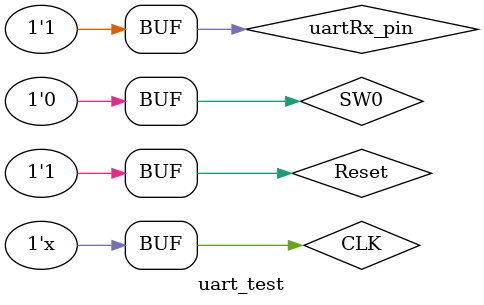
<source format=v>
`timescale 1ns / 1ps


module uart_test;

	parameter bit_time = 104000; // nanoseconds

	// Inputs
	reg uartRx_pin;
	reg CLK;
	reg Reset;
	wire data_in;
	reg SW0;

	// Outputs
	wire [7:0] cmd;
	wire [7:0] LED;
	wire uartTx_pin;
	wire clk_out;

	// Instantiate the Unit Under Test (UUT)
	top uut (
		.cmd(cmd), 
		.LED(LED), 
		.uartTx_pin(uartTx_pin), 
		.clk_out(clk_out), 
		.uartRx_pin(uartRx_pin), 
		.CLK(CLK), 
		.Reset(Reset),
		.data_in(data_in),
		.SW0(SW0)
	);

	assign data_in = cmd[6];

	initial begin
		// Initialize Inputs
		uartRx_pin = 1;
		CLK = 0;
		SW0 = 0;
		Reset = 1;
		#100;
		Reset = 0;
		#100;
		Reset = 1;
//*******ALL VALUES LSB!!!!!!!!!!!!!!!!!!!!!!
//^not really just rember 8 is not the last byte you read, it's the first byte...
		// WEnable fifo for data 
		#bit_time;
		uartRx_pin = 0; //Start 
      #bit_time;
		uartRx_pin = 1; //1
      #bit_time;
		uartRx_pin = 1; //2
      #bit_time;
		uartRx_pin = 1; //3
      #bit_time;
		uartRx_pin = 1; //4
      #bit_time;
		uartRx_pin = 1; //5
      #bit_time;
		uartRx_pin = 1; //6
      #bit_time;
		uartRx_pin = 1; //7
      #bit_time; 
		uartRx_pin = 1; //8
      #bit_time;
		uartRx_pin = 1; //STOP
		////////////////////// Data byte
      #bit_time;
		uartRx_pin = 0; //Start
      #bit_time;
		uartRx_pin = 1; //1
      #bit_time;
		uartRx_pin = 0; //2
      #bit_time;
		uartRx_pin = 1; //3
      #bit_time;
		uartRx_pin = 0; //4
      #bit_time;
		uartRx_pin = 1; //5
      #bit_time;
		uartRx_pin = 0; //6
      #bit_time;
		uartRx_pin = 1; //7
      #bit_time; 
		uartRx_pin = 0; //8
      #bit_time;
		uartRx_pin = 1; //STOP
      #bit_time;
		////////////////////// Data byte 2
      #bit_time;
		uartRx_pin = 0; //Start
      #bit_time;
		uartRx_pin = 1; //1
      #bit_time;
		uartRx_pin = 0; //2
      #bit_time;
		uartRx_pin = 0; //3
      #bit_time;
		uartRx_pin = 0; //4
      #bit_time;
		uartRx_pin = 0; //5
      #bit_time;
		uartRx_pin = 0; //6
      #bit_time;
		uartRx_pin = 0; //7
      #bit_time; 
		uartRx_pin = 0; //8
      #bit_time;
		uartRx_pin = 1; //STOP
      #bit_time;
		////////////////////// Data byte 3
      #bit_time;
		uartRx_pin = 0; //Start
      #bit_time;
		uartRx_pin = 1; //1
      #bit_time;
		uartRx_pin = 0; //2
      #bit_time;
		uartRx_pin = 0; //3
      #bit_time;
		uartRx_pin = 0; //4
      #bit_time;
		uartRx_pin = 1; //5
      #bit_time;
		uartRx_pin = 1; //6
      #bit_time;
		uartRx_pin = 0; //7
      #bit_time; 
		uartRx_pin = 1; //8
      #bit_time;
		uartRx_pin = 1; //STOP
      #bit_time;
		/////////////////////// Stop getting data (will this load into fifo????)
		#bit_time;
		uartRx_pin = 0; //Start
      #bit_time;
		uartRx_pin = 0; //1
      #bit_time;
		uartRx_pin = 1; //2
      #bit_time;
		uartRx_pin = 1; //3
      #bit_time;
		uartRx_pin = 1; //4
      #bit_time;
		uartRx_pin = 1; //5
      #bit_time;
		uartRx_pin = 1; //6
      #bit_time;
		uartRx_pin = 1; //7
      #bit_time; 
		uartRx_pin = 1; //8
      #bit_time;
		uartRx_pin = 1; //STOP
      #bit_time;
		/*
		////////////////////// Enable Write
		#bit_time;
		uartRx_pin = 0; //Start
      #bit_time;
		uartRx_pin = 1; //1
      #bit_time;
		uartRx_pin = 1; //2
      #bit_time;
		uartRx_pin = 1; //3
      #bit_time;
		uartRx_pin = 1; //4
      #bit_time;
		uartRx_pin = 1; //5
      #bit_time;
		uartRx_pin = 1; //6
      #bit_time;
		uartRx_pin = 1; //7
      #bit_time; 
		uartRx_pin = 0; //8
      #bit_time;
		uartRx_pin = 1; //STOP
      #bit_time;
		#bit_time;
		#bit_time;
		////////////////////// Enable Tx (Just to check)
		#bit_time;
		uartRx_pin = 0; //Start
      #bit_time;
		uartRx_pin = 0; //1
      #bit_time;
		uartRx_pin = 1; //2
      #bit_time;
		uartRx_pin = 1; //3
      #bit_time;
		uartRx_pin = 1; //4
      #bit_time;
		uartRx_pin = 1; //5
      #bit_time;
		uartRx_pin = 1; //6
      #bit_time;
		uartRx_pin = 1; //7
      #bit_time; 
		uartRx_pin = 0; //8
      #bit_time;
		uartRx_pin = 1; //STOP
      #bit_time;
		*/
		#bit_time;
		// Add stimulus here

	end
	
	always #5 CLK = ~CLK; //100Mhz clock
      
endmodule


</source>
